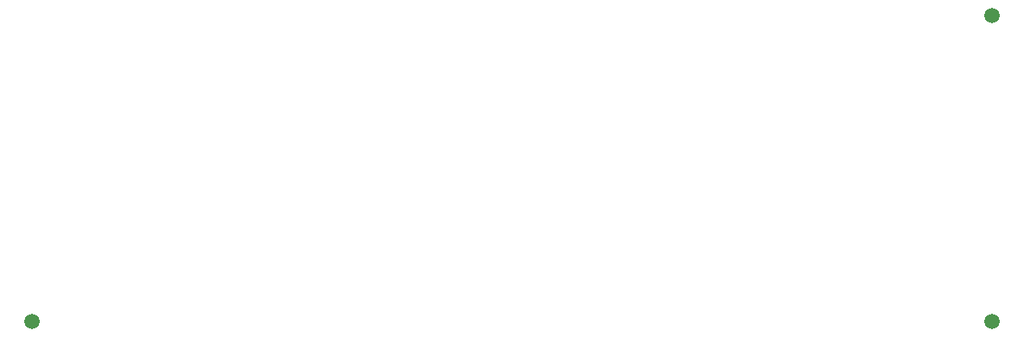
<source format=gbr>
G04 #@! TF.GenerationSoftware,KiCad,Pcbnew,7.0.2*
G04 #@! TF.CreationDate,2023-08-17T14:48:06+02:00*
G04 #@! TF.ProjectId,Samsung-VFD-Display,53616d73-756e-4672-9d56-46442d446973,0.1*
G04 #@! TF.SameCoordinates,Original*
G04 #@! TF.FileFunction,Other,ECO1*
%FSLAX46Y46*%
G04 Gerber Fmt 4.6, Leading zero omitted, Abs format (unit mm)*
G04 Created by KiCad (PCBNEW 7.0.2) date 2023-08-17 14:48:06*
%MOMM*%
%LPD*%
G01*
G04 APERTURE LIST*
%ADD10C,1.500000*%
G04 APERTURE END LIST*
D10*
G04 #@! TO.C,FID2*
X191250000Y-90000000D03*
G04 #@! TD*
G04 #@! TO.C,FID1*
X97250000Y-90000000D03*
G04 #@! TD*
G04 #@! TO.C,FID3*
X191250000Y-60000000D03*
G04 #@! TD*
M02*

</source>
